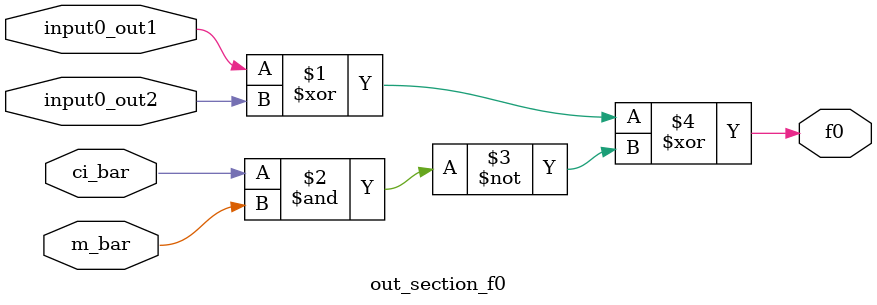
<source format=v>
module out_section_f0(	// file.cleaned.mlir:2:3
  input  m_bar,	// file.cleaned.mlir:2:32
         ci_bar,	// file.cleaned.mlir:2:48
         input0_out1,	// file.cleaned.mlir:2:65
         input0_out2,	// file.cleaned.mlir:2:87
  output f0	// file.cleaned.mlir:2:110
);

  assign f0 = input0_out1 ^ input0_out2 ^ ~(ci_bar & m_bar);	// file.cleaned.mlir:4:10, :5:10, :6:5
endmodule


</source>
